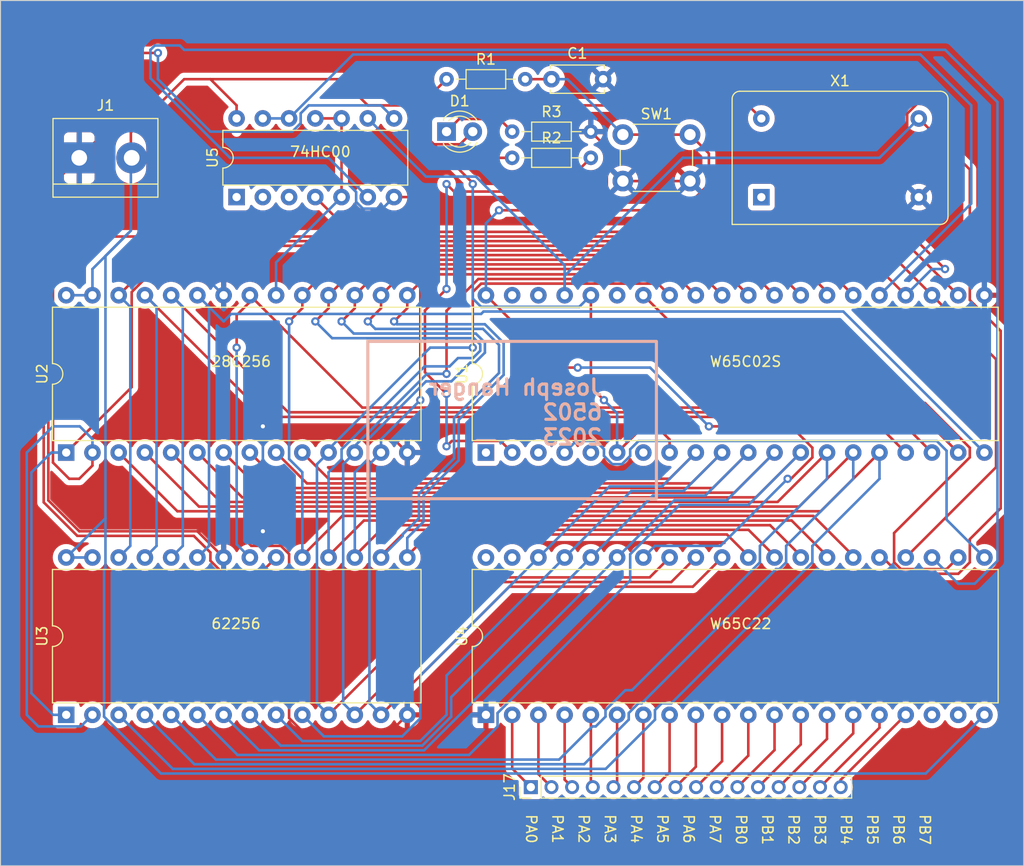
<source format=kicad_pcb>
(kicad_pcb (version 20221018) (generator pcbnew)
  (title_block (title "6502") (date "2023-09-08"))
  (layers (0 "F.Cu" signal) (31 "B.Cu" signal) (34 "B.Paste" user) (35 "F.Paste" user) (36 "B.SilkS" user "B.Silkscreen") (37 "F.SilkS" user "F.Silkscreen") (38 "B.Mask" user) (39 "F.Mask" user) (44 "Edge.Cuts" user))
  (net 0 "")
  (net 1 "Net-(U1-~{RES})")
  (net 2 "/GND")
  (net 3 "Net-(J17-Pin_1)")
  (net 4 "/VDD")
  (net 5 "Net-(J17-Pin_2)")
  (net 6 "Net-(U1-RDY)")
  (net 9 "Net-(U1-~{IRQ})")
  (net 12 "/a0")
  (net 13 "/a1")
  (net 14 "/a2")
  (net 15 "/a3")
  (net 16 "/a4")
  (net 17 "/a5")
  (net 18 "/a6")
  (net 19 "/a7")
  (net 20 "/a8")
  (net 21 "/a9")
  (net 22 "/a10")
  (net 23 "/a11")
  (net 24 "/a12")
  (net 25 "/a13")
  (net 26 "/a14")
  (net 27 "/a15")
  (net 28 "/d7")
  (net 29 "/d6")
  (net 30 "/d5")
  (net 31 "/d4")
  (net 32 "/d3")
  (net 33 "/d2")
  (net 34 "/d1")
  (net 35 "/d0")
  (net 36 "Net-(U1-R{slash}~{W})")
  (net 38 "Net-(U1-ϕ0)")
  (net 41 "Net-(U3-~{CS})")
  (net 44 "Net-(U4-~{CS2})")
  (net 48 "Net-(U2-~{CS})")
  (net 49 "Net-(D1-K)")
  (net 50 "Net-(J17-Pin_3)")
  (net 51 "Net-(J17-Pin_4)")
  (net 52 "Net-(J17-Pin_5)")
  (net 53 "Net-(J17-Pin_6)")
  (net 54 "Net-(J17-Pin_7)")
  (net 55 "Net-(J17-Pin_8)")
  (net 56 "Net-(J17-Pin_9)")
  (net 57 "Net-(J17-Pin_10)")
  (net 58 "Net-(J17-Pin_11)")
  (net 59 "Net-(J17-Pin_12)")
  (net 60 "Net-(J17-Pin_13)")
  (net 61 "Net-(J17-Pin_14)")
  (net 62 "Net-(J17-Pin_15)")
  (net 63 "Net-(J17-Pin_16)")
  (footprint "Package_DIP:DIP-40_W15.24mm" (layer "F.Cu") (at 59.695 81.895 90)
    (fp_text reference "U4")
    (fp_text value "W65C22")
  )
  (footprint "Resistor_THT:R_Axial_DIN0204_L3.6mm_D1.6mm_P7.62mm_Horizontal" (layer "F.Cu") (at 62.23 25.4)
    (fp_text reference "R3")
    (fp_text value "1K")
  )
  (footprint "TerminalBlock:TerminalBlock_bornier-2_P5.08mm" (layer "F.Cu") (at 20.32 27.94)
    (fp_text reference "J1")
    (fp_text value "power_source")
  )
  (footprint "Package_DIP:DIP-28_W15.24mm" (layer "F.Cu") (at 19.06 81.895 90)
    (fp_text reference "U3")
    (fp_text value "62256")
  )
  (footprint "Package_DIP:DIP-14_W7.62mm" (layer "F.Cu") (at 35.555 31.74 90)
    (fp_text reference "U5")
    (fp_text value "74HC00")
  )
  (footprint "LED_THT:LED_D3.0mm" (layer "F.Cu") (at 55.88 25.4)
    (fp_text reference "D1")
    (fp_text value "LED")
  )
  (footprint "Button_Switch_THT:SW_PUSH_6mm" (layer "F.Cu") (at 72.95 25.69)
    (fp_text reference "SW1")
    (fp_text value "RESET")
  )
  (footprint "Package_DIP:DIP-28_W15.24mm" (layer "F.Cu") (at 19.06 56.49 90)
    (fp_text reference "U2")
    (fp_text value "28C256")
  )
  (footprint "Package_DIP:DIP-40_W15.24mm" (layer "F.Cu") (at 59.695 56.49 90)
    (fp_text reference "U1")
    (fp_text value "W65C02S")
  )
  (footprint "Resistor_THT:R_Axial_DIN0204_L3.6mm_D1.6mm_P7.62mm_Horizontal" (layer "F.Cu") (at 55.88 20.32)
    (fp_text reference "R1")
    (fp_text value "1K")
  )
  (footprint "Capacitor_THT:C_Disc_D5.0mm_W2.5mm_P5.00mm" (layer "F.Cu") (at 66.04 20.32)
    (fp_text reference "C1")
    (fp_text value "0.1uf")
  )
  (footprint "Connector_PinHeader_2.00mm:PinHeader_1x16_P2.00mm_Vertical" (layer "F.Cu") (at 64.04 88.9 90)
    (fp_text reference "J17")
    (fp_text value "Conn_01x16_Pin")
  )
  (footprint "Resistor_THT:R_Axial_DIN0204_L3.6mm_D1.6mm_P7.62mm_Horizontal" (layer "F.Cu") (at 62.23 27.94)
    (fp_text reference "R2")
    (fp_text value "1K")
  )
  (footprint "Oscillator:Oscillator_DIP-14" (layer "F.Cu") (at 86.36 31.75)
    (fp_text reference "X1")
    (fp_text value "1MHz")
  )
  (gr_rect (start 48.26 45.72) (end 76.2 60.96) (stroke (width 0.3)) (fill none) (layer "B.SilkS"))
  (gr_line (start 111.76 96.52) (end 12.7 96.52) (stroke (width 0.1)) (layer "Edge.Cuts"))
  (gr_line (start 12.7 96.52) (end 12.7 12.7) (stroke (width 0.1)) (layer "Edge.Cuts"))
  (gr_line (start 111.76 12.7) (end 111.76 96.52) (stroke (width 0.1)) (layer "Edge.Cuts"))
  (gr_line (start 12.7 12.7) (end 111.76 12.7) (stroke (width 0.1)) (layer "Edge.Cuts"))
  (gr_text "Joseph Hanger\n6502\n2023" (at 71.12 55.88) (layer "B.SilkS") (effects (font (size 1.5 1.5) (thickness 0.3)) (justify left bottom mirror)))
  (gr_text "PA7" (at 81.28 91.44 -90) (layer "F.SilkS") (effects (font (size 1 1)) (justify left bottom)))
  (gr_text "PB0" (at 83.82 91.44 270) (layer "F.SilkS") (effects (font (size 1 1)) (justify left bottom)))
  (gr_text "PA2\n" (at 68.58 91.44 -90) (layer "F.SilkS") (effects (font (size 1 1)) (justify left bottom)))
  (gr_text "W65C02S" (at 81.28 48.26) (layer "F.SilkS") (effects (font (size 1 1)) (justify left bottom)))
  (gr_text "PB4" (at 93.98 91.44 270) (layer "F.SilkS") (effects (font (size 1 1)) (justify left bottom)))
  (gr_text "PA4" (at 73.66 91.44 -90) (layer "F.SilkS") (effects (font (size 1 1)) (justify left bottom)))
  (gr_text "PB3" (at 91.44 91.44 270) (layer "F.SilkS") (effects (font (size 1 1)) (justify left bottom)))
  (gr_text "PA0\n" (at 63.5 91.44 -90) (layer "F.SilkS") (effects (font (size 1 1)) (justify left bottom)))
  (gr_text "PB1\n" (at 86.36 91.44 270) (layer "F.SilkS") (effects (font (size 1 1)) (justify left bottom)))
  (gr_text "PA6" (at 78.74 91.44 -90) (layer "F.SilkS") (effects (font (size 1 1)) (justify left bottom)))
  (gr_text "PB7" (at 101.6 91.44 270) (layer "F.SilkS") (effects (font (size 1 1)) (justify left bottom)))
  (gr_text "PB2" (at 88.9 91.44 270) (layer "F.SilkS") (effects (font (size 1 1)) (justify left bottom)))
  (gr_text "PA3" (at 71.12 91.44 -90) (layer "F.SilkS") (effects (font (size 1 1)) (justify left bottom)))
  (gr_text "28C256" (at 33.02 48.26) (layer "F.SilkS") (effects (font (size 1 1)) (justify left bottom)))
  (gr_text "W65C22" (at 81.28 73.66) (layer "F.SilkS") (effects (font (size 1 1)) (justify left bottom)))
  (gr_text "74HC00" (at 40.64 27.94) (layer "F.SilkS") (effects (font (size 1 1)) (justify left bottom)))
  (gr_text "PB6" (at 99.06 91.44 270) (layer "F.SilkS") (effects (font (size 1 1)) (justify left bottom)))
  (gr_text "62256" (at 33.02 73.66) (layer "F.SilkS") (effects (font (size 1 1)) (justify left bottom)))
  (gr_text "PB5" (at 96.52 91.44 270) (layer "F.SilkS") (effects (font (size 1 1)) (justify left bottom)))
  (gr_text "PA1" (at 66.04 91.44 -90) (layer "F.SilkS") (effects (font (size 1 1)) (justify left bottom)))
  (gr_text "PA5" (at 76.2 91.44 -90) (layer "F.SilkS") (effects (font (size 1 1)) (justify left bottom)))
  (segment (start 35.555 25.395) (end 35.56 25.4) (width 0) (layer "F.Cu") (net 0))
  (segment (start 66.705 48.26) (end 59.695 41.25) (width 0.25) (layer "F.Cu") (net 1))
  (segment (start 88.9 59.03) (end 89.225991 59.03) (width 0.25) (layer "F.Cu") (net 1))
  (segment (start 89.670991 54.395) (end 85.534416 54.395) (width 0.25) (layer "F.Cu") (net 1))
  (segment (start 79.45 25.69) (end 81.28 27.52) (width 0.25) (layer "F.Cu") (net 1))
  (segment (start 85.089416 53.95) (end 81.28 53.95) (width 0.25) (layer "F.Cu") (net 1))
  (segment (start 63.5 20.32) (end 66.04 20.32) (width 0.25) (layer "F.Cu") (net 1))
  (segment (start 89.225991 59.03) (end 91.3 56.955991) (width 0.25) (layer "F.Cu") (net 1))
  (segment (start 68.58 48.26) (end 66.705 48.26) (width 0.25) (layer "F.Cu") (net 1))
  (segment (start 85.534416 54.395) (end 85.089416 53.95) (width 0.25) (layer "F.Cu") (net 1))
  (segment (start 78.74 33.02) (end 60.96 33.02) (width 0.25) (layer "F.Cu") (net 1))
  (segment (start 91.3 56.024009) (end 89.670991 54.395) (width 0.25) (layer "F.Cu") (net 1))
  (segment (start 81.28 30.48) (end 78.74 33.02) (width 0.25) (layer "F.Cu") (net 1))
  (segment (start 72.95 25.69) (end 79.45 25.69) (width 0.25) (layer "F.Cu") (net 1))
  (segment (start 91.3 56.955991) (end 91.3 56.024009) (width 0.25) (layer "F.Cu") (net 1))
  (segment (start 81.28 27.52) (end 81.28 30.48) (width 0.25) (layer "F.Cu") (net 1))
  (via (at 60.96 33.02) (size 0.8) (drill 0.4) (layers "F.Cu" "B.Cu") (net 1))
  (via (at 81.28 53.95) (size 0.8) (drill 0.4) (layers "F.Cu" "B.Cu") (net 1))
  (via (at 88.9 59.03) (size 0.8) (drill 0.4) (layers "F.Cu" "B.Cu") (net 1))
  (via (at 68.58 48.26) (size 0.8) (drill 0.4) (layers "F.Cu" "B.Cu") (net 1))
  (segment (start 67.58 20.32) (end 72.95 25.69) (width 0.25) (layer "B.Cu") (net 1))
  (segment (start 59.695 34.285) (end 59.695 41.25) (width 0.25) (layer "B.Cu") (net 1))
  (segment (start 68.58 48.26) (end 75.59 48.26) (width 0.25) (layer "B.Cu") (net 1))
  (segment (start 60.96 33.02) (end 59.695 34.285) (width 0.25) (layer "B.Cu") (net 1))
  (segment (start 75.59 48.26) (end 81.28 53.95) (width 0.25) (layer "B.Cu") (net 1))
  (segment (start 74.935 66.655) (end 76.06 65.53) (width 0.25) (layer "B.Cu") (net 1))
  (segment (start 66.04 20.32) (end 67.58 20.32) (width 0.25) (layer "B.Cu") (net 1))
  (segment (start 76.06 65.53) (end 82.4 65.53) (width 0.25) (layer "B.Cu") (net 1))
  (segment (start 82.4 65.53) (end 88.9 59.03) (width 0.25) (layer "B.Cu") (net 1))
  (segment (start 68.58 17.78) (end 73.66 17.78) (width 0.25) (layer "F.Cu") (net 2))
  (segment (start 107.955 41.25) (end 107.955 21.595) (width 0.25) (layer "F.Cu") (net 2))
  (segment (start 42.254009 83.82) (end 50.155 83.82) (width 0.25) (layer "F.Cu") (net 2))
  (segment (start 40.64 82.205991) (end 42.254009 83.82) (width 0.25) (layer "F.Cu") (net 2))
  (segment (start 40.64 66.324009) (end 40.64 82.205991) (width 0.25) (layer "F.Cu") (net 2))
  (segment (start 100.475 30.625) (end 100.475 23.664008) (width 0.25) (layer "F.Cu") (net 2))
  (segment (start 72.95 30.19) (end 71.4 31.74) (width 0.25) (layer "F.Cu") (net 2))
  (segment (start 40.64 66.324009) (end 39.845991 65.53) (width 0.25) (layer "F.Cu") (net 2))
  (segment (start 69.85 25.4) (end 71.4 26.95) (width 0.25) (layer "F.Cu") (net 2))
  (segment (start 39.845991 65.53) (end 36.98 65.53) (width 0.25) (layer "F.Cu") (net 2))
  (segment (start 35.56 64.11) (end 38.1 64.11) (width 0.25) (layer "F.Cu") (net 2))
  (segment (start 72.95 30.19) (end 79.45 30.19) (width 0.25) (layer "F.Cu") (net 2))
  (segment (start 59.695 81.895) (end 52.08 81.895) (width 0.25) (layer "F.Cu") (net 2))
  (segment (start 102.544008 21.595) (end 107.955 21.595) (width 0.25) (layer "F.Cu") (net 2))
  (segment (start 50.155 83.82) (end 52.08 81.895) (width 0.25) (layer "F.Cu") (net 2))
  (segment (start 20.32 27.94) (end 17.33 30.93) (width 0.25) (layer "F.Cu") (net 2))
  (segment (start 100.475 23.664008) (end 102.544008 21.595) (width 0.25) (layer "F.Cu") (net 2))
  (segment (start 101.6 31.75) (end 100.475 30.625) (width 0.25) (layer "F.Cu") (net 2))
  (segment (start 71.4 26.95) (end 71.4 31.74) (width 0.25) (layer "F.Cu") (net 2))
  (segment (start 68.58 17.86) (end 68.58 17.78) (width 0.25) (layer "F.Cu") (net 2))
  (segment (start 50.795 31.74) (end 71.4 31.74) (width 0.25) (layer "F.Cu") (net 2))
  (segment (start 17.33 30.93) (end 17.33 61.12) (width 0.25) (layer "F.Cu") (net 2))
  (segment (start 31.755 64.11) (end 34.3 66.655) (width 0.25) (layer "F.Cu") (net 2))
  (segment (start 38.1 53.95) (end 49.54 53.95) (width 0.25) (layer "F.Cu") (net 2))
  (segment (start 20.32 64.11) (end 31.755 64.11) (width 0.25) (layer "F.Cu") (net 2))
  (segment (start 107.955 21.595) (end 104.14 17.78) (width 0.25) (layer "F.Cu") (net 2))
  (segment (start 49.54 53.95) (end 52.08 56.49) (width 0.25) (layer "F.Cu") (net 2))
  (segment (start 73.66 17.78) (end 30.48 17.78) (width 0.25) (layer "F.Cu") (net 2))
  (segment (start 30.48 17.78) (end 20.32 27.94) (width 0.25) (layer "F.Cu") (net 2))
  (segment (start 31.755 64.11) (end 35.56 64.11) (width 0.25) (layer "F.Cu") (net 2))
  (segment (start 36.98 65.53) (end 35.56 64.11) (width 0.25) (layer "F.Cu") (net 2))
  (segment (start 17.33 61.12) (end 20.32 64.11) (width 0.25) (layer "F.Cu") (net 2))
  (segment (start 104.14 17.78) (end 73.66 17.78) (width 0.25) (layer "F.Cu") (net 2))
  (segment (start 71.04 20.32) (end 68.58 17.86) (width 0.25) (layer "F.Cu") (net 2))
  (via (at 38.1 53.95) (size 0.8) (drill 0.4) (layers "F.Cu" "B.Cu") (net 2))
  (via (at 38.1 64.11) (size 0.8) (drill 0.4) (layers "F.Cu" "B.Cu") (net 2))
  (segment (start 30.48 27.94) (end 30.48 37.43) (width 0.25) (layer "B.Cu") (net 2))
  (segment (start 30.48 25.4) (end 27.94 22.86) (width 0.25) (layer "B.Cu") (net 2))
  (segment (start 22.86 22.86) (end 20.32 25.4) (width 0.25) (layer "B.Cu") (net 2))
  (segment (start 38.1 64.11) (end 38.1 53.95) (width 0.25) (layer "B.Cu") (net 2))
  (segment (start 46.358604 30.48) (end 33.02 30.48) (width 0.25) (layer "B.Cu") (net 2))
  (segment (start 30.48 37.43) (end 34.3 41.25) (width 0.25) (layer "B.Cu") (net 2))
  (segment (start 47.13 31.251396) (end 46.358604 30.48) (width 0.25) (layer "B.Cu") (net 2))
  (segment (start 20.32 25.4) (end 20.32 27.94) (width 0.25) (layer "B.Cu") (net 2))
  (segment (start 30.48 27.94) (end 33.02 30.48) (width 0.25) (layer "B.Cu") (net 2))
  (segment (start 30.48 26.01) (end 30.48 27.94) (width 0.25) (layer "B.Cu") (net 2))
  (segment (start 30.48 30.48) (end 30.48 25.4) (width 0.25) (layer "B.Cu") (net 2))
  (segment (start 50.795 31.74) (end 49.67 32.865) (width 0.25) (layer "B.Cu") (net 2))
  (segment (start 47.789009 32.865) (end 47.13 32.205991) (width 0.25) (layer "B.Cu") (net 2))
  (segment (start 47.13 32.205991) (end 47.13 31.251396) (width 0.25) (layer "B.Cu") (net 2))
  (segment (start 27.94 22.86) (end 22.86 22.86) (width 0.25) (layer "B.Cu") (net 2))
  (segment (start 49.67 32.865) (end 47.789009 32.865) (width 0.25) (layer "B.Cu") (net 2))
  (segment (start 62.235 81.895) (end 62.235 87.095) (width 0.25) (layer "F.Cu") (net 3))
  (segment (start 62.235 87.095) (end 64.04 88.9) (width 0.25) (layer "F.Cu") (net 3))
  (segment (start 53.34 25.31) (end 53.34 22.86) (width 0.25) (layer "F.Cu") (net 4))
  (segment (start 69.855 41.25) (end 69.855 50.145) (width 0.25) (layer "F.Cu") (net 4))
  (segment (start 25.32 25.48) (end 30.48 20.32) (width 0.25) (layer "F.Cu") (net 4))
  (segment (start 35.555 22.855) (end 33.02 20.32) (width 0.25) (layer "F.Cu") (net 4))
  (segment (start 55.88 20.32) (end 53.34 22.86) (width 0.25) (layer "F.Cu") (net 4))
  (segment (start 86.36 24.13) (end 85.09 22.86) (width 0.25) (layer "F.Cu") (net 4))
  (segment (start 72.395 56.49) (end 74.49 54.395) (width 0.25) (layer "F.Cu") (net 4))
  (segment (start 45.72 20.32) (end 48.26 22.86) (width 0.25) (layer "F.Cu") (net 4))
  (segment (start 25.32 27.94) (end 25.32 25.48) (width 0.25) (layer "F.Cu") (net 4))
  (segment (start 85.09 22.86) (end 55.88 22.86) (width 0.25) (layer "F.Cu") (net 4))
  (segment (start 76.645 54.395) (end 77.475 55.225) (width 0.25) (layer "F.Cu") (net 4))
  (segment (start 74.49 54.395) (end 76.645 54.395) (width 0.25) (layer "F.Cu") (net 4))
  (segment (start 30.48 20.32) (end 33.02 20.32) (width 0.25) (layer "F.Cu") (net 4))
  (segment (start 54.655 26.625) (end 55.925 27.895) (width 0.25) (layer "F.Cu") (net 4))
  (segment (start 54.655 26.625) (end 53.34 25.31) (width 0.25) (layer "F.Cu") (net 4))
  (segment (start 57.195 26.625) (end 54.655 26.625) (width 0.25) (layer "F.Cu") (net 4))
  (segment (start 33.02 20.32) (end 45.72 20.32) (width 0.25) (layer "F.Cu") (net 4))
  (segment (start 48.26 22.86) (end 53.34 22.86) (width 0.25) (layer "F.Cu") (net 4))
  (segment (start 58.42 30.39) (end 58.42 30.48) (width 0.25) (layer "F.Cu") (net 4))
  (segment (start 55.925 27.895) (end 58.42 30.39) (width 0.25) (layer "F.Cu") (net 4))
  (segment (start 53.34 22.86) (end 55.88 22.86) (width 0.25) (layer "F.Cu") (net 4))
  (segment (start 55.97 27.94) (end 55.925 27.895) (width 0.25) (layer "F.Cu") (net 4))
  (segment (start 62.23 27.94) (end 55.97 27.94) (width 0.25) (layer "F.Cu") (net 4))
  (segment (start 69.855 50.145) (end 71.12 51.41) (width 0.25) (layer "F.Cu") (net 4))
  (segment (start 77.475 55.225) (end 77.475 56.49) (width 0.25) (layer "F.Cu") (net 4))
  (segment (start 35.555 24.12) (end 35.555 22.855) (width 0.25) (layer "F.Cu") (net 4))
  (segment (start 58.42 25.4) (end 57.195 26.625) (width 0.25) (layer "F.Cu") (net 4))
  (via (at 58.42 30.48) (size 0.8) (drill 0.4) (layers "F.Cu" "B.Cu") (net 4))
  (via (at 71.12 51.41) (size 0.8) (drill 0.4) (layers "F.Cu" "B.Cu") (net 4))
  (segment (start 22.86 67.645) (end 22.725 67.78) (width 0.25) (layer "B.Cu") (net 4))
  (segment (start 22.725 82.070991) (end 22.725 67.78) (width 0.25) (layer "B.Cu") (net 4))
  (segment (start 25.32 27.94) (end 25.32 34.99) (width 0.25) (layer "B.Cu") (net 4))
  (segment (start 28.234009 87.58) (end 22.725 82.070991) (width 0.25) (layer "B.Cu") (net 4))
  (segment (start 21.6 66.655) (end 19.06 66.655) (width 0.25) (layer "B.Cu") (net 4))
  (segment (start 22.86 62.855) (end 22.86 42.51) (width 0.25) (layer "B.Cu") (net 4))
  (segment (start 102.27 87.58) (end 101.6 87.58) (width 0.25) (layer "B.Cu") (net 4))
  (segment (start 21.6 41.25) (end 19.06 41.25) (width 0.25) (layer "B.Cu") (net 4))
  (segment (start 25.075 35.235) (end 21.6 38.71) (width 0.25) (layer "B.Cu") (net 4))
  (segment (start 69.855 41.25) (end 68.73 42.375) (width 0.25) (layer "B.Cu") (net 4))
  (segment (start 22.86 62.855) (end 22.86 67.645) (width 0.25) (layer "B.Cu") (net 4))
  (segment (start 21.6 38.71) (end 21.6 41.25) (width 0.25) (layer "B.Cu") (net 4))
  (segment (start 72.395 52.685) (end 72.395 56.49) (width 0.25) (layer "B.Cu") (net 4))
  (segment (start 58.42 41.565991) (end 58.42 30.48) (width 0.25) (layer "B.Cu") (net 4))
  (segment (start 22.86 42.51) (end 22.86 37.45) (width 0.25) (layer "B.Cu") (net 4))
  (segment (start 107.955 81.895) (end 102.27 87.58) (width 0.25) (layer "B.Cu") (net 4))
  (segment (start 22.86 37.45) (end 25.075 35.235) (width 0.25) (layer "B.Cu") (net 4))
  (segment (start 71.12 51.41) (end 72.395 52.685) (width 0.25) (layer "B.Cu") (net 4))
  (segment (start 59.229009 42.375) (end 58.42 41.565991) (width 0.25) (layer "B.Cu") (net 4))
  (segment (start 19.06 66.655) (end 22.86 62.855) (width 0.25) (layer "B.Cu") (net 4))
  (segment (start 101.6 87.58) (end 28.234009 87.58) (width 0.25) (layer "B.Cu") (net 4))
  (segment (start 25.32 34.99) (end 25.075 35.235) (width 0.25) (layer "B.Cu") (net 4))
  (segment (start 68.73 42.375) (end 59.229009 42.375) (width 0.25) (layer "B.Cu") (net 4))
  (segment (start 64.775 87.635) (end 66.04 88.9) (width 0.25) (layer "F.Cu") (net 5))
  (segment (start 64.775 81.895) (end 64.775 87.635) (width 0.25) (layer "F.Cu") (net 5))
  (segment (start 53.79 48.71) (end 55.88 50.8) (width 0.25) (layer "F.Cu") (net 6))
  (segment (start 56.395 55.365) (end 61.11 55.365) (width 0.25) (layer "F.Cu") (net 6))
  (segment (start 61.11 55.365) (end 62.235 56.49) (width 0.25) (layer "F.Cu") (net 6))
  (segment (start 55.88 55.88) (end 56.395 55.365) (width 0.25) (layer "F.Cu") (net 6))
  (segment (start 56.605 31.205) (end 55.88 30.48) (width 0.25) (layer "F.Cu") (net 6))
  (segment (start 66.585 31.205) (end 56.605 31.205) (width 0.25) (layer "F.Cu") (net 6))
  (segment (start 53.79 42.73) (end 53.79 48.71) (width 0.25) (layer "F.Cu") (net 6))
  (segment (start 69.85 27.94) (end 66.585 31.205) (width 0.25) (layer "F.Cu") (net 6))
  (segment (start 55.88 40.64) (end 53.79 42.73) (width 0.25) (layer "F.Cu") (net 6))
  (via (at 55.88 55.88) (size 0.8) (drill 0.4) (layers "F.Cu" "B.Cu") (net 6))
  (via (at 55.88 40.64) (size 0.8) (drill 0.4) (layers "F.Cu" "B.Cu") (net 6))
  (via (at 55.88 30.48) (size 0.8) (drill 0.4) (layers "F.Cu" "B.Cu") (net 6))
  (via (at 55.88 50.8) (size 0.8) (drill 0.4) (layers "F.Cu" "B.Cu") (net 6))
  (segment (start 55.88 50.8) (end 55.88 55.88) (width 0.25) (layer "B.Cu") (net 6))
  (segment (start 55.88 30.48) (end 55.88 40.64) (width 0.25) (layer "B.Cu") (net 6))
  (segment (start 72.860991 57.615) (end 73.66 56.815991) (width 0.25) (layer "B.Cu") (net 9))
  (segment (start 74.469009 55.365) (end 103.340991 55.365) (width 0.25) (layer "B.Cu") (net 9))
  (segment (start 71.929009 57.615) (end 72.860991 57.615) (width 0.25) (layer "B.Cu") (net 9))
  (segment (start 103.340991 55.365) (end 104.29 56.314009) (width 0.25) (layer "B.Cu") (net 9))
  (segment (start 67.315 56.49) (end 68.44 55.365) (width 0.25) (layer "B.Cu") (net 9))
  (segment (start 70.320991 55.365) (end 71.12 56.164009) (width 0.25) (layer "B.Cu") (net 9))
  (segment (start 73.66 56.815991) (end 73.66 56.174009) (width 0.25) (layer "B.Cu") (net 9))
  (segment (start 71.12 56.805991) (end 71.929009 57.615) (width 0.25) (layer "B.Cu") (net 9))
  (segment (start 104.29 56.314009) (end 104.29 62.99) (width 0.25) (layer "B.Cu") (net 9))
  (segment (start 73.66 56.174009) (end 74.469009 55.365) (width 0.25) (layer "B.Cu") (net 9))
  (segment (start 71.12 56.164009) (end 71.12 56.805991) (width 0.25) (layer "B.Cu") (net 9))
  (segment (start 68.44 55.365) (end 70.320991 55.365) (width 0.25) (layer "B.Cu") (net 9))
  (segment (start 104.29 62.99) (end 107.955 66.655) (width 0.25) (layer "B.Cu") (net 9))
  (segment (start 80.015 56.49) (end 77.48 59.025) (width 0.25) (layer "F.Cu") (net 12))
  (segment (start 77.48 59.025) (end 45.72 59.025) (width 0.25) (layer "F.Cu") (net 12))
  (segment (start 44.455 59.025) (end 41.92 56.49) (width 0.25) (layer "F.Cu") (net 12))
  (segment (start 45.72 59.025) (end 44.455 59.025) (width 0.25) (layer "F.Cu") (net 12))
  (segment (start 53.34 82.225991) (end 53.34 78.09) (width 0.25) (layer "B.Cu") (net 12))
  (segment (start 44.005 83.98) (end 51.585991 83.98) (width 0.25) (layer "B.Cu") (net 12))
  (segment (start 76.74 59.765) (end 71.665 59.765) (width 0.25) (layer "B.Cu") (net 12))
  (segment (start 41.92 81.895) (end 44.005 83.98) (width 0.25) (layer "B.Cu") (net 12))
  (segment (start 51.585991 83.98) (end 53.34 82.225991) (width 0.25) (layer "B.Cu") (net 12))
  (segment (start 53.34 78.09) (end 64.775 66.655) (width 0.25) (layer "B.Cu") (net 12))
  (segment (start 71.665 59.765) (end 64.775 66.655) (width 0.25) (layer "B.Cu") (net 12))
  (segment (start 80.015 56.49) (end 76.74 59.765) (width 0.25) (layer "B.Cu") (net 12))
  (segment (start 42.365 59.475) (end 39.38 56.49) (width 0.25) (layer "F.Cu") (net 13))
  (segment (start 82.555 56.49) (end 79.57 59.475) (width 0.25) (layer "F.Cu") (net 13))
  (segment (start 79.57 59.475) (end 42.365 59.475) (width 0.25) (layer "F.Cu") (net 13))
  (segment (start 41.915 84.43) (end 39.38 81.895) (width 0.25) (layer "B.Cu") (net 13))
  (segment (start 55.88 78.09) (end 55.88 81.89) (width 0.25) (layer "B.Cu") (net 13))
  (segment (start 82.555 56.49) (end 78.83 60.215) (width 0.25) (layer "B.Cu") (net 13))
  (segment (start 55.88 81.89) (end 53.34 84.43) (width 0.25) (layer "B.Cu") (net 13))
  (segment (start 67.315 66.655) (end 55.88 78.09) (width 0.25) (layer "B.Cu") (net 13))
  (segment (start 73.755 60.215) (end 67.315 66.655) (width 0.25) (layer "B.Cu") (net 13))
  (segment (start 53.34 84.43) (end 41.915 84.43) (width 0.25) (layer "B.Cu") (net 13))
  (segment (start 78.83 60.215) (end 73.755 60.215) (width 0.25) (layer "B.Cu") (net 13))
  (segment (start 40.275 59.925) (end 36.84 56.49) (width 0.25) (layer "F.Cu") (net 14))
  (segment (start 85.095 56.49) (end 81.66 59.925) (width 0.25) (layer "F.Cu") (net 14))
  (segment (start 81.66 59.925) (end 40.275 59.925) (width 0.25) (layer "F.Cu") (net 14))
  (segment (start 80.92 60.665) (end 75.845 60.665) (width 0.25) (layer "B.Cu") (net 14))
  (segment (start 75.845 60.665) (end 69.855 66.655) (width 0.25) (layer "B.Cu") (net 14))
  (segment (start 56.33 82.076396) (end 53.526396 84.88) (width 0.25) (layer "B.Cu") (net 14))
  (segment (start 56.33 80.18) (end 56.33 82.076396) (width 0.25) (layer "B.Cu") (net 14))
  (segment (start 39.825 84.88) (end 36.84 81.895) (width 0.25) (layer "B.Cu") (net 14))
  (segment (start 85.095 56.49) (end 80.92 60.665) (width 0.25) (layer "B.Cu") (net 14))
  (segment (start 53.526396 84.88) (end 39.825 84.88) (width 0.25) (layer "B.Cu") (net 14))
  (segment (start 69.855 66.655) (end 56.33 80.18) (width 0.25) (layer "B.Cu") (net 14))
  (segment (start 38.185 60.375) (end 34.3 56.49) (width 0.25) (layer "F.Cu") (net 15))
  (segment (start 87.635 56.49) (end 83.75 60.375) (width 0.25) (layer "F.Cu") (net 15))
  (segment (start 83.75 60.375) (end 38.185 60.375) (width 0.25) (layer "F.Cu") (net 15))
  (segment (start 72.395 66.655) (end 56.523604 82.526396) (width 0.25) (layer "B.Cu") (net 15))
  (segment (start 83.01 61.115) (end 87.635 56.49) (width 0.25) (layer "B.Cu") (net 15))
  (segment (start 53.712792 85.33) (end 37.735 85.33) (width 0.25) (layer "B.Cu") (net 15))
  (segment (start 72.395 66.655) (end 77.935 61.115) (width 0.25) (layer "B.Cu") (net 15))
  (segment (start 77.935 61.115) (end 83.01 61.115) (width 0.25) (layer "B.Cu") (net 15))
  (segment (start 56.516396 82.526396) (end 53.712792 85.33) (width 0.25) (layer "B.Cu") (net 15))
  (segment (start 56.523604 82.526396) (end 56.516396 82.526396) (width 0.25) (layer "B.Cu") (net 15))
  (segment (start 37.735 85.33) (end 34.3 81.895) (width 0.25) (layer "B.Cu") (net 15))
  (segment (start 36.095 60.825) (end 31.76 56.49) (width 0.25) (layer "F.Cu") (net 16))
  (segment (start 85.84 60.825) (end 36.095 60.825) (width 0.25) (layer "F.Cu") (net 16))
  (segment (start 90.175 56.49) (end 85.84 60.825) (width 0.25) (layer "F.Cu") (net 16))
  (segment (start 60.82 83.02) (end 58.06 85.78) (width 0.25) (layer "B.Cu") (net 16))
  (segment (start 60.82 81.719009) (end 60.82 83.02) (width 0.25) (layer "B.Cu") (net 16))
  (segment (start 73.66 66.339009) (end 73.66 68.879009) (width 0.25) (layer "B.Cu") (net 16))
  (segment (start 78.434009 61.565) (end 73.66 66.339009) (width 0.25) (layer "B.Cu") (net 16))
  (segment (start 85.1 61.565) (end 78.434009 61.565) (width 0.25) (layer "B.Cu") (net 16))
  (segment (start 90.175 56.49) (end 85.1 61.565) (width 0.25) (layer "B.Cu") (net 16))
  (segment (start 35.645 85.78) (end 31.76 81.895) (width 0.25) (layer "B.Cu") (net 16))
  (segment (start 58.06 85.78) (end 35.645 85.78) (width 0.25) (layer "B.Cu") (net 16))
  (segment (start 73.66 68.879009) (end 60.82 81.719009) (width 0.25) (layer "B.Cu") (net 16))
  (segment (start 92.715 56.49) (end 87.93 61.275) (width 0.25) (layer "F.Cu") (net 17))
  (segment (start 87.93 61.275) (end 34.005 61.275) (width 0.25) (layer "F.Cu") (net 17))
  (segment (start 34.005 61.275) (end 29.22 56.49) (width 0.25) (layer "F.Cu") (net 17))
  (segment (start 66.78 86.23) (end 33.555 86.23) (width 0.25) (layer "B.Cu") (net 17))
  (segment (start 71.27 81.429009) (end 71.27 82.070991) (width 0.25) (layer "B.Cu") (net 17))
  (segment (start 86.22 67.120991) (end 73.828288 79.512703) (width 0.25) (layer "B.Cu") (net 17))
  (segment (start 70.320991 83.02) (end 69.99 83.02) (width 0.25) (layer "B.Cu") (net 17))
  (segment (start 92.715 59.035) (end 92.715 56.49) (width 0.25) (layer "B.Cu") (net 17))
  (segment (start 71.27 82.070991) (end 70.320991 83.02) (width 0.25) (layer "B.Cu") (net 17))
  (segment (start 86.22 65.53) (end 86.22 67.120991) (width 0.25) (layer "B.Cu") (net 17))
  (segment (start 73.828288 79.512703) (end 73.186306 79.512703) (width 0.25) (layer "B.Cu") (net 17))
  (segment (start 69.99 83.02) (end 66.78 86.23) (width 0.25) (layer "B.Cu") (net 17))
  (segment (start 33.555 86.23) (end 29.22 81.895) (width 0.25) (layer "B.Cu") (net 17))
  (segment (start 73.186306 79.512703) (end 71.27 81.429009) (width 0.25) (layer "B.Cu") (net 17))
  (segment (start 92.715 59.035) (end 86.22 65.53) (width 0.25) (layer "B.Cu") (net 17))
  (segment (start 95.255 56.49) (end 90.02 61.725) (width 0.25) (layer "F.Cu") (net 18))
  (segment (start 31.915 61.725) (end 26.68 56.49) (width 0.25) (layer "F.Cu") (net 18))
  (segment (start 90.02 61.725) (end 31.915 61.725) (width 0.25) (layer "F.Cu") (net 18))
  (segment (start 88.76 65.53) (end 88.76 67.120991) (width 0.25) (layer "B.Cu") (net 18))
  (segment (start 73.52 82.360991) (end 69.200991 86.68) (width 0.25) (layer "B.Cu") (net 18))
  (segment (start 95.255 59.035) (end 88.76 65.53) (width 0.25) (layer "B.Cu") (net 18))
  (segment (start 88.76 67.120991) (end 88.100991 67.78) (width 0.25) (layer "B.Cu") (net 18))
  (segment (start 74.469009 80.77) (end 73.52 81.719009) (width 0.25) (layer "B.Cu") (net 18))
  (segment (start 74.78 80.77) (end 74.469009 80.77) (width 0.25) (layer "B.Cu") (net 18))
  (segment (start 31.465 86.68) (end 26.68 81.895) (width 0.25) (layer "B.Cu") (net 18))
  (segment (start 73.52 81.719009) (end 73.52 82.360991) (width 0.25) (layer "B.Cu") (net 18))
  (segment (start 95.255 59.035) (end 95.255 56.49) (width 0.25) (layer "B.Cu") (net 18))
  (segment (start 88.100991 67.78) (end 87.77 67.78) (width 0.25) (layer "B.Cu") (net 18))
  (segment (start 69.200991 86.68) (end 31.465 86.68) (width 0.25) (layer "B.Cu") (net 18))
  (segment (start 87.77 67.78) (end 74.78 80.77) (width 0.25) (layer "B.Cu") (net 18))
  (segment (start 29.825 62.175) (end 24.14 56.49) (width 0.25) (layer "F.Cu") (net 19))
  (segment (start 92.11 62.175) (end 29.825 62.175) (width 0.25) (layer "F.Cu") (net 19))
  (segment (start 97.795 56.49) (end 92.11 62.175) (width 0.25) (layer "F.Cu") (net 19))
  (segment (start 76.719009 80.77) (end 76.06 81.429009) (width 0.25) (layer "B.Cu") (net 19))
  (segment (start 29.375 87.13) (end 24.14 81.895) (width 0.25) (layer "B.Cu") (net 19))
  (segment (start 97.795 59.035) (end 97.795 56.49) (width 0.25) (layer "B.Cu") (net 19))
  (segment (start 76.06 81.429009) (end 76.06 82.360991) (width 0.25) (layer "B.Cu") (net 19))
  (segment (start 71.290991 87.13) (end 29.375 87.13) (width 0.25) (layer "B.Cu") (net 19))
  (segment (start 91.3 65.53) (end 91.3 67.120991) (width 0.25) (layer "B.Cu") (net 19))
  (segment (start 91.3 67.120991) (end 77.650991 80.77) (width 0.25) (layer "B.Cu") (net 19))
  (segment (start 77.650991 80.77) (end 76.719009 80.77) (width 0.25) (layer "B.Cu") (net 19))
  (segment (start 97.795 59.035) (end 91.3 65.53) (width 0.25) (layer "B.Cu") (net 19))
  (segment (start 76.06 82.360991) (end 71.290991 87.13) (width 0.25) (layer "B.Cu") (net 19))
  (segment (start 38.465 53.035) (end 26.68 41.25) (width 0.25) (layer "F.Cu") (net 20))
  (segment (start 96.88 53.035) (end 38.465 53.035) (width 0.25) (layer "F.Cu") (net 20))
  (segment (start 100.335 56.49) (end 96.88 53.035) (width 0.25) (layer "F.Cu") (net 20))
  (segment (start 27.805 65.53) (end 27.805 42.375) (width 0.25) (layer "B.Cu") (net 20))
  (segment (start 27.805 42.375) (end 26.68 41.25) (width 0.25) (layer "B.Cu") (net 20))
  (segment (start 26.68 66.655) (end 27.805 65.53) (width 0.25) (layer "B.Cu") (net 20))
  (segment (start 102.875 56.49) (end 98.97 52.585) (width 0.25) (layer "F.Cu") (net 21))
  (segment (start 40.555 52.585) (end 29.22 41.25) (width 0.25) (layer "F.Cu") (net 21))
  (segment (start 98.97 52.585) (end 40.555 52.585) (width 0.25) (layer "F.Cu") (net 21))
  (segment (start 29.22 66.655) (end 30.345 65.53) (width 0.25) (layer "B.Cu") (net 21))
  (segment (start 30.345 42.375) (end 29.22 41.25) (width 0.25) (layer "B.Cu") (net 21))
  (segment (start 30.345 65.53) (end 30.345 42.375) (width 0.25) (layer "B.Cu") (net 21))
  (segment (start 36.84 41.9) (end 36.84 41.25) (width 0.25) (layer "F.Cu") (net 22))
  (segment (start 35.56 46.325) (end 35.56 43.18) (width 0.25) (layer "F.Cu") (net 22))
  (segment (start 105.415 56.49) (end 101.06 52.135) (width 0.25) (layer "F.Cu") (net 22))
  (segment (start 47.725 52.135) (end 36.84 41.25) (width 0.25) (layer "F.Cu") (net 22))
  (segment (start 101.06 52.135) (end 47.725 52.135) (width 0.25) (layer "F.Cu") (net 22))
  (segment (start 35.56 43.18) (end 36.84 41.9) (width 0.25) (layer "F.Cu") (net 22))
  (via (at 35.56 46.325) (size 0.8) (drill 0.4) (layers "F.Cu" "B.Cu") (net 22))
  (segment (start 36.84 66.655) (end 35.56 65.375) (width 0.25) (layer "B.Cu") (net 22))
  (segment (start 35.56 65.375) (end 35.56 46.325) (width 0.25) (layer "B.Cu") (net 22))
  (segment (start 59.466396 42.825) (end 94.29 42.825) (width 0.25) (layer "B.Cu") (net 23))
  (segment (start 32.885 42.375) (end 34.3 43.79) (width 0.25) (layer "B.Cu") (net 23))
  (segment (start 34.3 43.79) (end 35.03 43.06) (width 0.25) (layer "B.Cu") (net 23))
  (segment (start 31.76 41.25) (end 32.885 42.375) (width 0.25) (layer "B.Cu") (net 23))
  (segment (start 31.76 66.655) (end 32.885 65.53) (width 0.25) (layer "B.Cu") (net 23))
  (segment (start 35.03 43.06) (end 59.231396 43.06) (width 0.25) (layer "B.Cu") (net 23))
  (segment (start 32.885 65.53) (end 32.885 42.375) (width 0.25) (layer "B.Cu") (net 23))
  (segment (start 59.231396 43.06) (end 59.466396 42.825) (width 0.25) (layer "B.Cu") (net 23))
  (segment (start 94.29 42.825) (end 107.955 56.49) (width 0.25) (layer "B.Cu") (net 23))
  (segment (start 17.78 36.165) (end 17.78 57.46) (width 0.25) (layer "F.Cu") (net 24))
  (segment (start 20.32 59.03) (end 21.6 57.75) (width 0.25) (layer "F.Cu") (net 24))
  (segment (start 99.725 35.56) (end 18.385 35.56) (width 0.25) (layer "F.Cu") (net 24))
  (segment (start 105.415 41.25) (end 99.725 35.56) (width 0.25) (layer "F.Cu") (net 24))
  (segment (start 17.78 57.46) (end 19.35 59.03) (width 0.25) (layer "F.Cu") (net 24))
  (segment (start 21.6 57.75) (end 21.6 56.49) (width 0.25) (layer "F.Cu") (net 24))
  (segment (start 18.385 35.56) (end 17.78 36.165) (width 0.25) (layer "F.Cu") (net 24))
  (segment (start 19.35 59.03) (end 20.32 59.03) (width 0.25) (layer "F.Cu") (net 24))
  (segment (start 15.24 56.49) (end 17.78 53.95) (width 0.25) (layer "B.Cu") (net 24))
  (segment (start 20.371396 53.95) (end 21.6 55.178604) (width 0.25) (layer "B.Cu") (net 24))
  (segment (start 17.78 53.95) (end 20.371396 53.95) (width 0.25) (layer "B.Cu") (net 24))
  (segment (start 16.37 83.02) (end 15.24 81.89) (width 0.25) (layer "B.Cu") (net 24))
  (segment (start 21.6 81.895) (end 20.475 83.02) (width 0.25) (layer "B.Cu") (net 24))
  (segment (start 20.475 83.02) (end 16.37 83.02) (width 0.25) (layer "B.Cu") (net 24))
  (segment (start 21.6 55.178604) (end 21.6 56.49) (width 0.25) (layer "B.Cu") (net 24))
  (segment (start 15.24 81.89) (end 15.24 56.49) (width 0.25) (layer "B.Cu") (net 24))
  (segment (start 29.38 36.01) (end 24.14 41.25) (width 0.25) (layer "F.Cu") (net 25))
  (segment (start 102.875 41.25) (end 109.08 47.455) (width 0.25) (layer "F.Cu") (net 25))
  (segment (start 109.08 57.91) (end 100.335 66.655) (width 0.25) (layer "F.Cu") (net 25))
  (segment (start 109.08 47.455) (end 109.08 57.91) (width 0.25) (layer "F.Cu") (net 25))
  (segment (start 97.635 36.01) (end 29.38 36.01) (width 0.25) (layer "F.Cu") (net 25))
  (segment (start 102.875 41.25) (end 97.635 36.01) (width 0.25) (layer "F.Cu") (net 25))
  (segment (start 25.265 65.53) (end 25.265 42.375) (width 0.25) (layer "B.Cu") (net 25))
  (segment (start 24.14 66.655) (end 25.265 65.53) (width 0.25) (layer "B.Cu") (net 25))
  (segment (start 25.265 42.375) (end 24.14 41.25) (width 0.25) (layer "B.Cu") (net 25))
  (segment (start 100.335 41.25) (end 95.545 36.46) (width 0.25) (layer "F.Cu") (net 26))
  (segment (start 46.545 35.11) (end 43.175 31.74) (width 0.25) (layer "F.Cu") (net 26))
  (segment (start 95.545 36.46) (end 29.879009 36.46) (width 0.25) (layer "F.Cu") (net 26))
  (segment (start 25.4 40.939009) (end 25.4 50.15) (width 0.25) (layer "F.Cu") (net 26))
  (segment (start 29.879009 36.46) (end 25.4 40.939009) (width 0.25) (layer "F.Cu") (net 26))
  (segment (start 100.54 35.11) (end 46.545 35.11) (width 0.25) (layer "F.Cu") (net 26))
  (segment (start 25.4 50.15) (end 19.06 56.49) (width 0.25) (layer "F.Cu") (net 26))
  (segment (start 104.14 38.71) (end 100.54 35.11) (width 0.25) (layer "F.Cu") (net 26))
  (via (at 104.14 38.71) (size 0.8) (drill 0.4) (layers "F.Cu" "B.Cu") (net 26))
  (segment (start 19.06 81.895) (end 17.785 81.895) (width 0.25) (layer "B.Cu") (net 26))
  (segment (start 15.69 79.8) (end 15.69 58.413198) (width 0.25) (layer "B.Cu") (net 26))
  (segment (start 104.14 38.71) (end 102.875 38.71) (width 0.25) (layer "B.Cu") (net 26))
  (segment (start 15.69 58.413198) (end 17.613198 56.49) (width 0.25) (layer "B.Cu") (net 26))
  (segment (start 17.785 81.895) (end 15.69 79.8) (width 0.25) (layer "B.Cu") (net 26))
  (segment (start 17.613198 56.49) (end 19.06 56.49) (width 0.25) (layer "B.Cu") (net 26))
  (segment (start 102.875 38.71) (end 100.335 41.25) (width 0.25) (layer "B.Cu") (net 26))
  (segment (start 97.795 41.25) (end 106.68 32.365) (width 0.25) (layer "B.Cu") (net 27))
  (segment (start 101.749695 17.929695) (end 46.825305 17.929695) (width 0.25) (layer "B.Cu") (net 27))
  (segment (start 106.68 22.86) (end 101.749695 17.929695) (width 0.25) (layer "B.Cu") (net 27))
  (segment (start 106.68 32.365) (end 106.68 22.86) (width 0.25) (layer "B.Cu") (net 27))
  (segment (start 46.825305 17.929695) (end 40.635 24.12) (width 0.25) (layer "B.Cu") (net 27))
  (segment (start 40.635 24.12) (end 38.095 24.12) (width 0.25) (layer "B.Cu") (net 27))
  (segment (start 91.385 62.625) (end 45.79 62.625) (width 0.25) (layer "F.Cu") (net 28))
  (segment (start 95.255 66.495) (end 91.385 62.625) (width 0.25) (layer "F.Cu") (net 28))
  (segment (start 46.26 36.91) (end 41.92 41.25) (width 0.25) (layer "F.Cu") (net 28))
  (segment (start 45.79 62.625) (end 41.92 66.495) (width 0.25) (layer "F.Cu") (net 28))
  (segment (start 40.64 43.785) (end 41.92 42.505) (width 0.25) (layer "F.Cu") (net 28))
  (segment (start 90.915 36.91) (end 46.26 36.91) (width 0.25) (layer "F.Cu") (net 28))
  (segment (start 95.255 41.25) (end 90.915 36.91) (width 0.25) (layer "F.Cu") (net 28))
  (segment (start 41.92 42.505) (end 41.92 41.25) (width 0.25) (layer "F.Cu") (net 28))
  (via (at 40.64 43.785) (size 0.8) (drill 0.4) (layers "F.Cu" "B.Cu") (net 28))
  (segment (start 41.92 58.393604) (end 40.64 57.113604) (width 0.25) (layer "B.Cu") (net 28))
  (segment (start 41.92 66.655) (end 41.92 58.393604) (width 0.25) (layer "B.Cu") (net 28))
  (segment (start 40.64 57.113604) (end 40.64 43.785) (width 0.25) (layer "B.Cu") (net 28))
  (segment (start 92.715 41.25) (end 92.715 40.933198) (width 0.25) (layer "F.Cu") (net 29))
  (segment (start 89.141802 37.36) (end 48.35 37.36) (width 0.25) (layer "F.Cu") (net 29))
  (segment (start 92.715 40.933198) (end 89.141802 37.36) (width 0.25) (layer "F.Cu") (net 29))
  (segment (start 44.46 42.505) (end 44.46 41.25) (width 0.25) (layer "F.Cu") (net 29))
  (segment (start 47.88 63.075) (end 44.46 66.495) (width 0.25) (layer "F.Cu") (net 29))
  (segment (start 48.35 37.36) (end 44.46 41.25) (width 0.25) (layer "F.Cu") (net 29))
  (segment (start 92.715 66.495) (end 89.295 63.075) (width 0.25) (layer "F.Cu") (net 29))
  (segment (start 43.18 43.785) (end 44.46 42.505) (width 0.25) (layer "F.Cu") (net 29))
  (segment (start 89.295 63.075) (end 47.88 63.075) (width 0.25) (layer "F.Cu") (net 29))
  (via (at 43.18 43.785) (size 0.8) (drill 0.4) (layers "F.Cu" "B.Cu") (net 29))
  (segment (start 56.180305 48.14) (end 56.986117 47.334188) (width 0.25) (layer "B.Cu") (net 29))
  (segment (start 58.436117 47.334188) (end 59.145 46.625305) (width 0.25) (layer "B.Cu") (net 29))
  (segment (start 44.805 45.41) (end 43.18 43.785) (width 0.25) (layer "B.Cu") (net 29))
  (segment (start 56.986117 47.334188) (end 58.436117 47.334188) (width 0.25) (layer "B.Cu") (net 29))
  (segment (start 59.145 46.024695) (end 58.530305 45.41) (width 0.25) (layer "B.Cu") (net 29))
  (segment (start 58.530305 45.41) (end 44.805 45.41) (width 0.25) (layer "B.Cu") (net 29))
  (segment (start 59.145 46.625305) (end 59.145 46.024695) (width 0.25) (layer "B.Cu") (net 29))
  (segment (start 45.72 57.133604) (end 45.72 56.179009) (width 0.25) (layer "B.Cu") (net 29))
  (segment (start 53.759009 48.14) (end 56.180305 48.14) (width 0.25) (layer "B.Cu") (net 29))
  (segment (start 45.72 56.179009) (end 53.759009 48.14) (width 0.25) (layer "B.Cu") (net 29))
  (segment (start 44.46 66.655) (end 44.46 58.393604) (width 0.25) (layer "B.Cu") (net 29))
  (segment (start 44.46 58.393604) (end 45.72 57.133604) (width 0.25) (layer "B.Cu") (net 29))
  (segment (start 47 41.25) (end 47 42.505) (width 0.25) (layer "F.Cu") (net 30))
  (segment (start 87.205 63.525) (end 49.97 63.525) (width 0.25) (layer "F.Cu") (net 30))
  (segment (start 90.175 66.495) (end 87.205 63.525) (width 0.25) (layer "F.Cu") (net 30))
  (segment (start 90.175 41.25) (end 86.735 37.81) (width 0.25) (layer "F.Cu") (net 30))
  (segment (start 47 42.505) (end 45.72 43.785) (width 0.25) (layer "F.Cu") (net 30))
  (segment (start 50.44 37.81) (end 47 41.25) (width 0.25) (layer "F.Cu") (net 30))
  (segment (start 86.735 37.81) (end 50.44 37.81) (width 0.25) (layer "F.Cu") (net 30))
  (segment (start 49.97 63.525) (end 47 66.495) (width 0.25) (layer "F.Cu") (net 30))
  (via (at 45.72 43.785) (size 0.8) (drill 0.4) (layers "F.Cu" "B.Cu") (net 30))
  (segment (start 58.716701 44.96) (end 46.895 44.96) (width 0.25) (layer "B.Cu") (net 30))
  (segment (start 56.350584 49.59) (end 58.156396 47.784188) (width 0.25) (layer "B.Cu") (net 30))
  (segment (start 58.622513 47.784188) (end 59.595 46.811701) (width 0.25) (layer "B.Cu") (net 30))
  (segment (start 58.156396 47.784188) (end 58.622513 47.784188) (width 0.25) (layer "B.Cu") (net 30))
  (segment (start 48.268896 55.215) (end 53.893896 49.59) (width 0.25) (layer "B.Cu") (net 30))
  (segment (start 53.893896 49.59) (end 56.350584 49.59) (width 0.25) (layer "B.Cu") (net 30))
  (segment (start 47 58.393604) (end 48.268896 57.124708) (width 0.25) (layer "B.Cu") (net 30))
  (segment (start 59.595 45.838299) (end 58.716701 44.96) (width 0.25) (layer "B.Cu") (net 30))
  (segment (start 48.268896 57.124708) (end 48.268896 55.215) (width 0.25) (layer "B.Cu") (net 30))
  (segment (start 59.595 46.811701) (end 59.595 45.838299) (width 0.25) (layer "B.Cu") (net 30))
  (segment (start 47 66.655) (end 47 58.393604) (width 0.25) (layer "B.Cu") (net 30))
  (segment (start 46.895 44.96) (end 45.72 43.785) (width 0.25) (layer "B.Cu") (net 30))
  (segment (start 87.635 41.25) (end 84.645 38.26) (width 0.25) (layer "F.Cu") (net 31))
  (segment (start 49.54 42.505) (end 49.54 41.25) (width 0.25) (layer "F.Cu") (net 31))
  (segment (start 48.26 43.785) (end 49.54 42.505) (width 0.25) (layer "F.Cu") (net 31))
  (segment (start 84.645 38.26) (end 52.53 38.26) (width 0.25) (layer "F.Cu") (net 31))
  (segment (start 87.635 66.495) (end 85.115 63.975) (width 0.25) (layer "F.Cu") (net 31))
  (segment (start 52.53 38.26) (end 49.54 41.25) (width 0.25) (layer "F.Cu") (net 31))
  (segment (start 85.115 63.975) (end 52.06 63.975) (width 0.25) (layer "F.Cu") (net 31))
  (segment (start 52.06 63.975) (end 49.54 66.495) (width 0.25) (layer "F.Cu") (net 31))
  (via (at 48.26 43.785) (size 0.8) (drill 0.4) (layers "F.Cu" "B.Cu") (net 31))
  (segment (start 59.408604 44.51) (end 48.985 44.51) (width 0.25) (layer "B.Cu") (net 31))
  (segment (start 60.96 48.781396) (end 60.96 46.061396) (width 0.25) (layer "B.Cu") (net 31))
  (segment (start 60.96 46.061396) (end 59.408604 44.51) (width 0.25) (layer "B.Cu") (net 31))
  (segment (start 49.54 66.655) (end 51.63 64.565) (width 0.25) (layer "B.Cu") (net 31))
  (segment (start 56.605 57.058604) (end 56.605 53.136396) (width 0.25) (layer "B.Cu") (net 31))
  (segment (start 48.985 44.51) (end 48.26 43.785) (width 0.25) (layer "B.Cu") (net 31))
  (segment (start 53.205 62.840991) (end 53.205 60.458604) (width 0.25) (layer "B.Cu") (net 31))
  (segment (start 56.605 53.136396) (end 60.96 48.781396) (width 0.25) (layer "B.Cu") (net 31))
  (segment (start 53.205 60.458604) (end 56.605 57.058604) (width 0.25) (layer "B.Cu") (net 31))
  (segment (start 51.63 64.565) (end 51.63 64.415991) (width 0.25) (layer "B.Cu") (net 31))
  (segment (start 51.63 64.415991) (end 53.205 62.840991) (width 0.25) (layer "B.Cu") (net 31))
  (segment (start 85.095 41.25) (end 82.555 38.71) (width 0.25) (layer "F.Cu") (net 32))
  (segment (start 52.08 42.505) (end 52.08 41.25) (width 0.25) (layer "F.Cu") (net 32))
  (segment (start 54.62 38.71) (end 52.08 41.25) (width 0.25) (layer "F.Cu") (net 32))
  (segment (start 54.15 64.425) (end 52.08 66.495) (width 0.25) (layer "F.Cu") (net 32))
  (segment (start 82.555 38.71) (end 54.62 38.71) (width 0.25) (layer "F.Cu") (net 32))
  (segment (start 50.8 43.785) (end 52.08 42.505) (width 0.25) (layer "F.Cu") (net 32))
  (segment (start 85.095 66.495) (end 83.025 64.425) (width 0.25) (layer "F.Cu") (net 32))
  (segment (start 83.025 64.425) (end 54.15 64.425) (width 0.25) (layer "F.Cu") (net 32))
  (via (at 50.8 43.785) (size 0.8) (drill 0.4) (layers "F.Cu" "B.Cu") (net 32))
  (segment (start 59.595 44.06) (end 51.075 44.06) (width 0.25) (layer "B.Cu") (net 32))
  (segment (start 61.41 48.967792) (end 61.41 45.875) (width 0.25) (layer "B.Cu") (net 32))
  (segment (start 57.055 57.245) (end 57.055 53.322792) (width 0.25) (layer "B.Cu") (net 32))
  (segment (start 52.08 64.76) (end 53.655 63.185) (width 0.25) (layer "B.Cu") (net 32))
  (segment (start 61.41 45.875) (end 59.595 44.06) (width 0.25) (layer "B.Cu") (net 32))
  (segment (start 57.055 53.322792) (end 61.41 48.967792) (width 0.25) (layer "B.Cu") (net 32))
  (segment (start 53.655 60.645) (end 57.055 57.245) (width 0.25) (layer "B.Cu") (net 32))
  (segment (start 52.08 66.655) (end 52.08 64.76) (width 0.25) (layer "B.Cu") (net 32))
  (segment (start 51.075 44.06) (end 50.8 43.785) (width 0.25) (layer "B.Cu") (net 32))
  (segment (start 53.655 63.185) (end 53.655 60.645) (width 0.25) (layer "B.Cu") (net 32))
  (segment (start 61.955 69.48) (end 49.54 81.895) (width 0.25) (layer "F.Cu") (net 33))
  (segment (start 54.755 39.225) (end 80.53 39.225) (width 0.25) (layer "F.Cu") (net 33))
  (segment (start 80.53 39.225) (end 82.555 41.25) (width 0.25) (layer "F.Cu") (net 33))
  (segment (start 53.34 40.64) (end 54.755 39.225) (width 0.25) (layer "F.Cu") (net 33))
  (segment (start 79.73 69.48) (end 61.955 69.48) (width 0.25) (layer "F.Cu") (net 33))
  (segment (start 82.555 66.655) (end 79.73 69.48) (width 0.25) (layer "F.Cu") (net 33))
  (segment (start 53.34 51.405) (end 53.34 40.64) (width 0.25) (layer "F.Cu") (net 33))
  (via (at 53.34 51.405) (size 0.8) (drill 0.4) (layers "F.Cu" "B.Cu") (net 33))
  (segment (start 48.415 57.615) (end 49.54 56.49) (width 0.25) (layer "B.Cu") (net 33))
  (segment (start 49.54 81.895) (end 48.415 80.77) (width 0.25) (layer "B.Cu") (net 33))
  (segment (start 53.34 51.405) (end 49.54 55.205) (width 0.25) (layer "B.Cu") (net 33))
  (segment (start 48.415 80.77) (end 48.415 57.615) (width 0.25) (layer "B.Cu") (net 33))
  (segment (start 49.54 55.205) (end 49.54 56.49) (width 0.25) (layer "B.Cu") (net 33))
  (segment (start 80.015 41.25) (end 78.44 39.675) (width 0.25) (layer "F.Cu") (net 34))
  (segment (start 58.96 39.675) (end 55.88 42.755) (width 0.25) (layer "F.Cu") (net 34))
  (segment (start 55.88 42.755) (end 55.88 48.865) (width 0.25) (layer "F.Cu") (net 34))
  (segment (start 80.015 66.655) (end 77.64 69.03) (width 0.25) (layer "F.Cu") (net 34))
  (segment (start 77.64 69.03) (end 59.865 69.03) (width 0.25) (layer "F.Cu") (net 34))
  (segment (start 59.865 69.03) (end 47 81.895) (width 0.25) (layer "F.Cu") (net 34))
  (segment (start 78.44 39.675) (end 58.96 39.675) (width 0.25) (layer "F.Cu") (net 34))
  (via (at 55.88 48.865) (size 0.8) (drill 0.4) (layers "F.Cu" "B.Cu") (net 34))
  (segment (start 47 81.895) (end 45.875 80.77) (width 0.25) (layer "B.Cu") (net 34))
  (segment (start 55.88 48.865) (end 53.9825 48.865) (width 0.25) (layer "B.Cu") (net 34))
  (segment (start 53.9825 48.865) (end 47 55.8475) (width 0.25) (layer "B.Cu") (net 34))
  (segment (start 45.875 80.77) (end 45.875 57.615) (width 0.25) (layer "B.Cu") (net 34))
  (segment (start 47 55.8475) (end 47 56.49) (width 0.25) (layer "B.Cu") (net 34))
  (segment (start 45.875 57.615) (end 47 56.49) (width 0.25) (layer "B.Cu") (net 34))
  (segment (start 58.42 40.934009) (end 58.42 46.325) (width 0.25) (layer "F.Cu") (net 35))
  (segment (start 75.55 68.58) (end 57.775 68.58) (width 0.25) (layer "F.Cu") (net 35))
  (segment (start 77.475 66.655) (end 75.55 68.58) (width 0.25) (layer "F.Cu") (net 35))
  (segment (start 76.35 40.125) (end 59.229009 40.125) (width 0.25) (layer "F.Cu") (net 35))
  (segment (start 77.475 41.25) (end 76.35 40.125) (width 0.25) (layer "F.Cu") (net 35))
  (segment (start 59.229009 40.125) (end 58.42 40.934009) (width 0.25) (layer "F.Cu") (net 35))
  (segment (start 57.775 68.58) (end 44.46 81.895) (width 0.25) (layer "F.Cu") (net 35))
  (via (at 58.42 46.325) (size 0.8) (drill 0.4) (layers "F.Cu" "B.Cu") (net 35))
  (segment (start 44.46 81.895) (end 43.335 80.77) (width 0.25) (layer "B.Cu") (net 35))
  (segment (start 43.335 57.615) (end 44.46 56.49) (width 0.25) (layer "B.Cu") (net 35))
  (segment (start 54.29625 46.325) (end 44.46 56.16125) (width 0.25) (layer "B.Cu") (net 35))
  (segment (start 58.42 46.325) (end 54.29625 46.325) (width 0.25) (layer "B.Cu") (net 35))
  (segment (start 44.46 56.16125) (end 44.46 56.49) (width 0.25) (layer "B.Cu") (net 35))
  (segment (start 43.335 80.77) (end 43.335 57.615) (width 0.25) (layer "B.Cu") (net 35))
  (segment (start 99.21 64.285991) (end 99.21 67.120991) (width 0.25) (layer "F.Cu") (net 36))
  (segment (start 106.54 56.955991) (end 99.21 64.285991) (width 0.25) (layer "F.Cu") (net 36))
  (segment (start 74.935 41.25) (end 85.37 51.685) (width 0.25) (layer "F.Cu") (net 36))
  (segment (start 106.54 56.024009) (end 106.54 56.955991) (width 0.25) (layer "F.Cu") (net 36))
  (segment (start 104.29 67.78) (end 105.415 66.655) (width 0.25) (layer "F.Cu") (net 36))
  (segment (start 99.869009 67.78) (end 104.29 67.78) (width 0.25) (layer "F.Cu") (net 36))
  (segment (start 102.200991 51.685) (end 106.54 56.024009) (width 0.25) (layer "F.Cu") (net 36))
  (segment (start 85.37 51.685) (end 102.200991 51.685) (width 0.25) (layer "F.Cu") (net 36))
  (segment (start 99.21 67.120991) (end 99.869009 67.78) (width 0.25) (layer "F.Cu") (net 36))
  (segment (start 109.53 61.891396) (end 109.53 44.705991) (width 0.25) (layer "F.Cu") (net 38))
  (segment (start 97.795 66.342387) (end 99.682613 68.23) (width 0.25) (layer "F.Cu") (net 38))
  (segment (start 109.53 44.705991) (end 106.54 41.715991) (width 0.25) (layer "F.Cu") (net 38))
  (segment (start 106.54 67.120991) (end 106.54 64.881396) (width 0.25) (layer "F.Cu") (net 38))
  (segment (start 106.54 41.715991) (end 106.54 29.07) (width 0.25) (layer "F.Cu") (net 38))
  (segment (start 106.54 29.07) (end 101.6 24.13) (width 0.25) (layer "F.Cu") (net 38))
  (segment (start 105.430991 68.23) (end 106.54 67.120991) (width 0.25) (layer "F.Cu") (net 38))
  (segment (start 106.54 64.881396) (end 109.53 61.891396) (width 0.25) (layer "F.Cu") (net 38))
  (segment (start 99.682613 68.23) (end 105.430991 68.23) (width 0.25) (layer "F.Cu") (net 38))
  (segment (start 97.795 66.655) (end 97.795 66.342387) (width 0.25) (layer "F.Cu") (net 38))
  (segment (start 48.255 24.12) (end 53.89 29.755) (width 0.25) (layer "B.Cu") (net 38))
  (segment (start 67.315 41.25) (end 67.315 39.365) (width 0.25) (layer "B.Cu") (net 38))
  (segment (start 97.79 27.94) (end 101.6 24.13) (width 0.25) (layer "B.Cu") (net 38))
  (segment (start 67.315 39.365) (end 78.74 27.94) (width 0.25) (layer "B.Cu") (net 38))
  (segment (start 58.720305 29.755) (end 67.315 38.349695) (width 0.25) (layer "B.Cu") (net 38))
  (segment (start 78.74 27.94) (end 97.79 27.94) (width 0.25) (layer "B.Cu") (net 38))
  (segment (start 53.89 29.755) (end 58.720305 29.755) (width 0.25) (layer "B.Cu") (net 38))
  (segment (start 67.315 38.349695) (end 67.315 41.25) (width 0.25) (layer "B.Cu") (net 38))
  (segment (start 33.02 66.965991) (end 34.634009 68.58) (width 0.25) (layer "F.Cu") (net 41))
  (segment (start 34.634009 68.58) (end 37.455 68.58) (width 0.25) (layer "F.Cu") (net 41))
  (segment (start 25.4 17.78) (end 16.88 26.3) (width 0.25) (layer "F.Cu") (net 41))
  (segment (start 37.455 68.58) (end 39.38 66.655) (width 0.25) (layer "F.Cu") (net 41))
  (segment (start 33.02 66.166396) (end 33.02 66.965991) (width 0.25) (layer "F.Cu") (net 41))
  (segment (start 31.413604 64.56) (end 33.02 66.166396) (width 0.25) (layer "F.Cu") (net 41))
  (segment (start 27.94 17.78) (end 25.4 17.78) (width 0.25) (layer "F.Cu") (net 41))
  (segment (start 16.88 26.3) (end 16.88 61.306396) (width 0.25) (layer "F.Cu") (net 41))
  (segment (start 16.88 61.306396) (end 20.133604 64.56) (width 0.25) (layer "F.Cu") (net 41))
  (segment (start 20.133604 64.56) (end 31.413604 64.56) (width 0.25) (layer "F.Cu") (net 41))
  (via (at 27.94 17.78) (size 0.8) (drill 0.4) (layers "F.Cu" "B.Cu") (net 41))
  (segment (start 27.94 20.32) (end 33.02 25.4) (width 0.25) (layer "B.Cu") (net 41))
  (segment (start 41.76 24.585991) (end 41.76 23.631396) (width 0.25) (layer "B.Cu") (net 41))
  (segment (start 49.535 22.86) (end 50.795 24.12) (width 0.25) (layer "B.Cu") (net 41))
  (segment (start 33.02 25.4) (end 40.945991 25.4) (width 0.25) (layer "B.Cu") (net 41))
  (segment (start 41.76 23.631396) (end 42.531396 22.86) (width 0.25) (layer "B.Cu") (net 41))
  (segment (start 40.945991 25.4) (end 41.76 24.585991) (width 0.25) (layer "B.Cu") (net 41))
  (segment (start 27.94 17.78) (end 27.94 20.32) (width 0.25) (layer "B.Cu") (net 41))
  (segment (start 42.531396 22.86) (end 49.535 22.86) (width 0.25) (layer "B.Cu") (net 41))
  (segment (start 27.215 20.231396) (end 27.215 17.479695) (width 0.25) (layer "B.Cu") (net 44))
  (segment (start 104.157893 17.479695) (end 109.22 22.541802) (width 0.25) (layer "B.Cu") (net 44))
  (segment (start 48.255 31.74) (end 44.455 27.94) (width 0.25) (layer "B.Cu") (net 44))
  (segment (start 105.41 69.19) (end 102.875 66.655) (width 0.25) (layer "B.Cu") (net 44))
  (segment (start 109.22 66.980991) (end 107.010991 69.19) (width 0.25) (layer "B.Cu") (net 44))
  (segment (start 30.48 17.479695) (end 104.157893 17.479695) (width 0.25) (layer "B.Cu") (net 44))
  (segment (start 30.055305 17.055) (end 30.48 17.479695) (width 0.25) (layer "B.Cu") (net 44))
  (segment (start 109.22 22.541802) (end 109.22 66.980991) (width 0.25) (layer "B.Cu") (net 44))
  (segment (start 34.923604 27.94) (end 27.215 20.231396) (width 0.25) (layer "B.Cu") (net 44))
  (segment (start 27.215 17.479695) (end 27.639695 17.055) (width 0.25) (layer "B.Cu") (net 44))
  (segment (start 27.639695 17.055) (end 30.055305 17.055) (width 0.25) (layer "B.Cu") (net 44))
  (segment (start 107.010991 69.19) (end 105.41 69.19) (width 0.25) (layer "B.Cu") (net 44))
  (segment (start 44.455 27.94) (end 34.923604 27.94) (width 0.25) (layer "B.Cu") (net 44))
  (segment (start 45.715 24.12) (end 45.715 31.74) (width 0.25) (layer "F.Cu") (net 48))
  (segment (start 43.175 24.12) (end 45.715 24.12) (width 0.25) (layer "F.Cu") (net 48))
  (segment (start 39.38 38.075) (end 45.715 31.74) (width 0.25) (layer "B.Cu") (net 48))
  (segment (start 39.38 41.25) (end 39.38 38.075) (width 0.25) (layer "B.Cu") (net 48))
  (segment (start 55.88 25.4) (end 57.105 24.175) (width 0.25) (layer "F.Cu") (net 49))
  (segment (start 61.005 24.175) (end 62.23 25.4) (width 0.25) (layer "F.Cu") (net 49))
  (segment (start 57.105 24.175) (end 61.005 24.175) (width 0.25) (layer "F.Cu") (net 49))
  (segment (start 67.315 88.175) (end 68.04 88.9) (width 0.25) (layer "F.Cu") (net 50))
  (segment (start 67.315 81.895) (end 67.315 88.175) (width 0.25) (layer "F.Cu") (net 50))
  (segment (start 69.855 81.895) (end 69.855 88.715) (width 0.25) (layer "F.Cu") (net 51))
  (segment (start 69.855 88.715) (end 70.04 88.9) (width 0.25) (layer "F.Cu") (net 51))
  (segment (start 72.395 81.895) (end 71.984339 81.895) (width 0.25) (layer "F.Cu") (net 52))
  (segment (start 72.395 88.545) (end 72.04 88.9) (width 0.25) (layer "F.Cu") (net 52))
  (segment (start 72.395 81.895) (end 72.395 88.545) (width 0.25) (layer "F.Cu") (net 52))
  (segment (start 74.935 81.895) (end 74.935 88.005) (width 0.25) (layer "F.Cu") (net 53))
  (segment (start 74.935 88.005) (end 74.04 88.9) (width 0.25) (layer "F.Cu") (net 53))
  (segment (start 77.475 81.895) (end 77.475 87.465) (width 0.25) (layer "F.Cu") (net 54))
  (segment (start 77.475 87.465) (end 76.04 88.9) (width 0.25) (layer "F.Cu") (net 54))
  (segment (start 80.015 86.925) (end 78.04 88.9) (width 0.25) (layer "F.Cu") (net 55))
  (segment (start 80.015 81.895) (end 80.015 86.925) (width 0.25) (layer "F.Cu") (net 55))
  (segment (start 82.555 86.385) (end 80.04 88.9) (width 0.25) (layer "F.Cu") (net 56))
  (segment (start 82.555 81.895) (end 82.555 86.385) (width 0.25) (layer "F.Cu") (net 56))
  (segment (start 85.095 85.845) (end 82.04 88.9) (width 0.25) (layer "F.Cu") (net 57))
  (segment (start 85.095 81.895) (end 85.095 85.845) (width 0.25) (layer "F.Cu") (net 57))
  (segment (start 87.635 85.305) (end 84.04 88.9) (width 0.25) (layer "F.Cu") (net 58))
  (segment (start 87.635 81.895) (end 87.635 85.305) (width 0.25) (layer "F.Cu") (net 58))
  (segment (start 90.175 81.895) (end 90.175 84.765) (width 0.25) (layer "F.Cu") (net 59))
  (segment (start 90.175 84.765) (end 86.04 88.9) (width 0.25) (layer "F.Cu") (net 59))
  (segment (start 92.715 84.225) (end 88.04 88.9) (width 0.25) (layer "F.Cu") (net 60))
  (segment (start 92.715 81.895) (end 92.715 84.225) (width 0.25) (layer "F.Cu") (net 60))
  (segment (start 95.255 83.685) (end 90.04 88.9) (width 0.25) (layer "F.Cu") (net 61))
  (segment (start 95.255 81.895) (end 95.255 83.685) (width 0.25) (layer "F.Cu") (net 61))
  (segment (start 97.795 83.145) (end 92.04 88.9) (width 0.25) (layer "F.Cu") (net 62))
  (segment (start 97.795 81.895) (end 97.795 83.145) (width 0.25) (layer "F.Cu") (net 62))
  (segment (start 94.04 88.19) (end 94.04 88.9) (width 0.25) (layer "F.Cu") (net 63))
  (segment (start 100.335 81.895) (end 94.04 88.19) (width 0.25) (layer "F.Cu") (net 63))
  (zone (net 2) (net_name "/GND") (layers "F&B.Cu") (priority 1) (connect_pads (clearance 0.5)) (min_thickness 0.25) (fill yes (thermal_gap 0.5) (thermal_bridge_width 0.5))
    (polygon (pts (xy 111.76 12.7) (xy 111.76 96.52) (xy 12.7 96.52) (xy 12.7 12.7)))
  )
)
</source>
